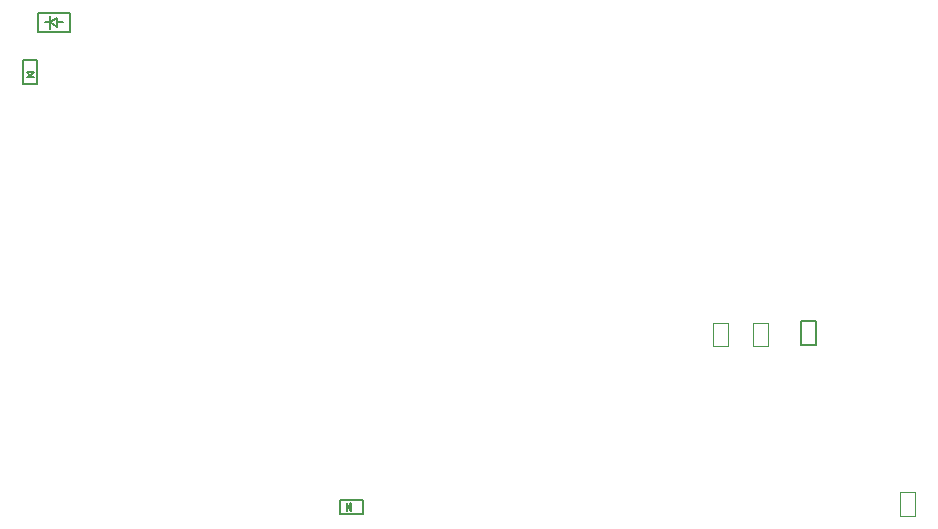
<source format=gbr>
G04 #@! TF.FileFunction,Other,Fab,Top*
%FSLAX46Y46*%
G04 Gerber Fmt 4.6, Leading zero omitted, Abs format (unit mm)*
G04 Created by KiCad (PCBNEW 4.0.4-stable) date 02/12/17 18:05:13*
%MOMM*%
%LPD*%
G01*
G04 APERTURE LIST*
%ADD10C,0.100000*%
%ADD11C,0.150000*%
G04 APERTURE END LIST*
D10*
D11*
X182001000Y-98695000D02*
X183251000Y-98695000D01*
X182001000Y-100695000D02*
X182001000Y-98695000D01*
X183251000Y-100695000D02*
X182001000Y-100695000D01*
X183251000Y-98695000D02*
X183251000Y-100695000D01*
X116413000Y-77997000D02*
X117013000Y-77997000D01*
X116713000Y-77897000D02*
X116413000Y-77597000D01*
X117013000Y-77597000D02*
X116713000Y-77897000D01*
X116413000Y-77597000D02*
X117013000Y-77597000D01*
X116113000Y-76597000D02*
X116113000Y-78597000D01*
X117313000Y-76597000D02*
X116113000Y-76597000D01*
X117313000Y-78597000D02*
X117313000Y-76597000D01*
X116113000Y-78597000D02*
X117313000Y-78597000D01*
X118995000Y-73406000D02*
X119495000Y-73406000D01*
X118995000Y-73806000D02*
X118395000Y-73406000D01*
X118995000Y-73006000D02*
X118995000Y-73806000D01*
X118395000Y-73406000D02*
X118995000Y-73006000D01*
X118395000Y-73406000D02*
X118395000Y-73956000D01*
X118395000Y-73406000D02*
X118395000Y-72856000D01*
X117995000Y-73406000D02*
X118395000Y-73406000D01*
X117395000Y-74206000D02*
X117395000Y-72606000D01*
X120095000Y-74206000D02*
X117395000Y-74206000D01*
X120095000Y-72606000D02*
X120095000Y-74206000D01*
X117395000Y-72606000D02*
X120095000Y-72606000D01*
X143491000Y-114127000D02*
X143491000Y-114727000D01*
X143591000Y-114427000D02*
X143891000Y-114127000D01*
X143891000Y-114727000D02*
X143591000Y-114427000D01*
X143891000Y-114127000D02*
X143891000Y-114727000D01*
X144891000Y-113827000D02*
X142891000Y-113827000D01*
X144891000Y-115027000D02*
X144891000Y-113827000D01*
X142891000Y-115027000D02*
X144891000Y-115027000D01*
X142891000Y-113827000D02*
X142891000Y-115027000D01*
D10*
X179187000Y-100822000D02*
X177937000Y-100822000D01*
X179187000Y-98822000D02*
X179187000Y-100822000D01*
X177937000Y-98822000D02*
X179187000Y-98822000D01*
X177937000Y-100822000D02*
X177937000Y-98822000D01*
X175758000Y-100822000D02*
X174508000Y-100822000D01*
X175758000Y-98822000D02*
X175758000Y-100822000D01*
X174508000Y-98822000D02*
X175758000Y-98822000D01*
X174508000Y-100822000D02*
X174508000Y-98822000D01*
X191633000Y-115173000D02*
X190383000Y-115173000D01*
X191633000Y-113173000D02*
X191633000Y-115173000D01*
X190383000Y-113173000D02*
X191633000Y-113173000D01*
X190383000Y-115173000D02*
X190383000Y-113173000D01*
M02*

</source>
